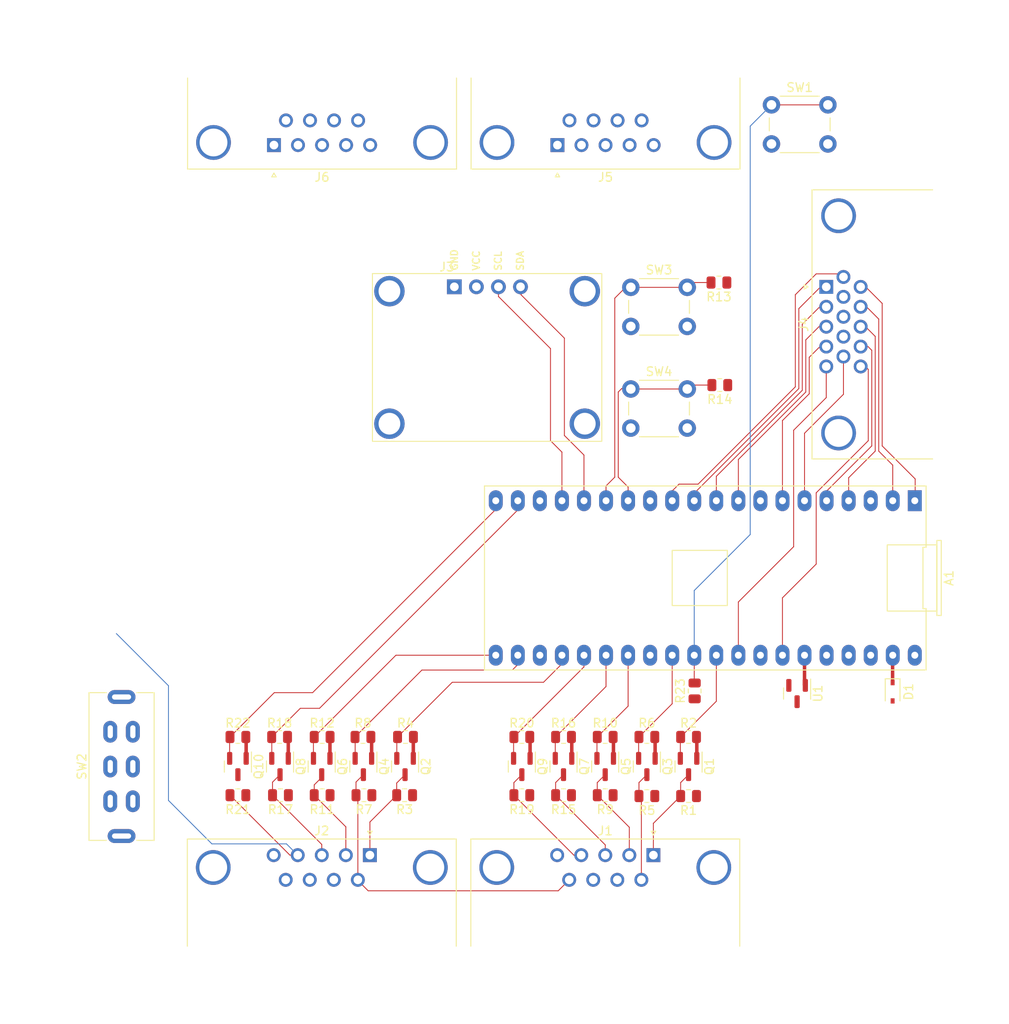
<source format=kicad_pcb>
(kicad_pcb (version 20211014) (generator pcbnew)
  (title_block (title "Enhanced to Standard Joystick Port Adapter for the Atari ST") (date "2023-02-01") (rev "1.0.0-DRAFT") (company "Sporniket") (comment 1 "...atari-st-mod-enhanced-to-standard-joystick-ports-adapter--hardware") (comment 2 "Original repository : https://github.com/sporniket/..."))
  (layers (0 "F.Cu" signal) (1 "In1.Cu" signal) (2 "In2.Cu" signal) (31 "B.Cu" signal) (34 "B.Paste" user) (35 "F.Paste" user) (36 "B.SilkS" user "B.Silkscreen") (37 "F.SilkS" user "F.Silkscreen") (38 "B.Mask" user) (39 "F.Mask" user) (44 "Edge.Cuts" user))
  (net 0 "")
  (net 1 "/up0")
  (net 2 "/down0")
  (net 3 "GND1")
  (net 4 "/left0")
  (net 5 "/right0")
  (net 6 "/fire0")
  (net 7 "/up1")
  (net 8 "/down1")
  (net 9 "/left1")
  (net 10 "/right1")
  (net 11 "/fire1")
  (net 12 "/button1")
  (net 13 "/button2")
  (net 14 "/oled_sda")
  (net 15 "/oled_scl")
  (net 16 "/jag_col1")
  (net 17 "/jag_col2")
  (net 18 "/jag_col3")
  (net 19 "/jag_col4")
  (net 20 "/jag_row1")
  (net 21 "/jag_row2")
  (net 22 "/jag_row3")
  (net 23 "/jag_row4")
  (net 24 "/jag_row5")
  (net 25 "/reset")
  (net 26 "/jag_row6")
  (net 27 "/paddle_y")
  (net 28 "/paddle_x")
  (net 29 "Net-(A1-Pad35)")
  (net 30 "+3V3")
  (net 32 "Net-(A1-Pad39)")
  (net 34 "VCC")
  (net 35 "/j0_up")
  (net 36 "/j0_down")
  (net 37 "/j0_left")
  (net 38 "/j0_right")
  (net 40 "/j0_fire")
  (net 41 "+5V")
  (net 42 "GND")
  (net 43 "/j1_fire")
  (net 44 "/j1_up")
  (net 45 "/j1_down")
  (net 46 "/j1_left")
  (net 47 "/j1_right")
  (net 52 "+5VA")
  (net 53 "GND2")
  (footprint "Resistor_SMD:R_0805_2012Metric" (layer "F.Cu") (at 74.8 125.9 180)
    (fp_text reference "R18")
    (fp_text value "10K")
  )
  (footprint "Button_Switch_THT:SW_PUSH_6mm_H13mm" (layer "F.Cu") (at 115.25 85.85)
    (fp_text reference "SW4")
    (fp_text value "Cancel")
  )
  (footprint "Resistor_SMD:R_0805_2012Metric" (layer "F.Cu") (at 122.6 120.6 90)
    (fp_text reference "R23")
    (fp_text value "10K")
  )
  (footprint "Package_TO_SOT_SMD:SOT-23" (layer "F.Cu") (at 74.85 129.3 -90)
    (fp_text reference "Q8")
    (fp_text value "1<Vgsth<2, Low Rdson, Vds >10")
  )
  (footprint "Connector_Dsub:DSUB-9_Female_Horizontal_P2.77x2.84mm_EdgePinOffset7.70mm_Housed_MountingHolesOffset9.12mm" (layer "F.Cu") (at 117.85 139.5)
    (fp_text reference "J1")
    (fp_text value "Joy0/Mouse")
  )
  (footprint "assemblies_displays_oled:oled_display_iic_128x64pix__outer_26.70x19.26mm__inner_21.74x11.2mm" (layer "F.Cu") (at 98.7 74.0942)
    (fp_text reference "J3")
    (fp_text value "OLED 128×64")
  )
  (footprint "Resistor_SMD:R_0805_2012Metric" (layer "F.Cu") (at 112.3 132.6 180)
    (fp_text reference "R9")
    (fp_text value "10K")
  )
  (footprint "Resistor_SMD:R_0805_2012Metric" (layer "F.Cu") (at 84.5125 132.6 180)
    (fp_text reference "R7")
    (fp_text value "10K")
  )
  (footprint "Resistor_SMD:R_0805_2012Metric" (layer "F.Cu") (at 70 132.6 180)
    (fp_text reference "R21")
    (fp_text value "10K")
  )
  (footprint "Button_Switch_THT:SW_PUSH_6mm_H13mm" (layer "F.Cu") (at 115.25 74.15)
    (fp_text reference "SW3")
    (fp_text value "Activate/Change")
  )
  (footprint "Resistor_SMD:R_0805_2012Metric" (layer "F.Cu") (at 112.3 125.9 180)
    (fp_text reference "R10")
    (fp_text value "10K")
  )
  (footprint "Connector_Dsub:DSUB-15-HD_Female_Horizontal_P2.29x1.98mm_EdgePinOffset8.35mm_Housed_MountingHolesOffset10.89mm" (layer "F.Cu") (at 137.759669 74.1 90)
    (fp_text reference "J4")
    (fp_text value "Enhanced Joystick Port")
  )
  (footprint "Resistor_SMD:R_0805_2012Metric" (layer "F.Cu") (at 74.9 132.6 180)
    (fp_text reference "R17")
    (fp_text value "10K")
  )
  (footprint "Button_Switch_THT:SW_PUSH_6mm_H9.5mm" (layer "F.Cu") (at 131.45 53.15)
    (fp_text reference "SW1")
    (fp_text value "Reset")
  )
  (footprint "Connector_Dsub:DSUB-9_Female_Horizontal_P2.77x2.84mm_EdgePinOffset7.70mm_Housed_MountingHolesOffset9.12mm" (layer "F.Cu") (at 85.2 139.5)
    (fp_text reference "J2")
    (fp_text value "Joy1")
  )
  (footprint "Package_TO_SOT_SMD:SOT-23" (layer "F.Cu") (at 134.4 120.9 -90)
    (fp_text reference "U1")
    (fp_text value "LM4040DBZ-3")
  )
  (footprint "Package_TO_SOT_SMD:SOT-23" (layer "F.Cu") (at 107.5 129.3 -90)
    (fp_text reference "Q7")
    (fp_text value "1<Vgsth<2, Low Rdson, Vds >10")
  )
  (footprint "Resistor_SMD:R_0805_2012Metric" (layer "F.Cu") (at 121.9 132.7 180)
    (fp_text reference "R1")
    (fp_text value "10K")
  )
  (footprint "Resistor_SMD:R_0805_2012Metric" (layer "F.Cu") (at 117.1 132.7 180)
    (fp_text reference "R5")
    (fp_text value "10K")
  )
  (footprint "Resistor_SMD:R_0805_2012Metric" (layer "F.Cu") (at 117.1 125.9 180)
    (fp_text reference "R6")
    (fp_text value "10K")
  )
  (footprint "assembly_uc_boards:DIP-40_700_RASPBERRY_PI_PICO" (layer "F.Cu") (at 123.826 107.6 180)
    (fp_text reference "A1")
    (fp_text value "RASPBERRY_PI_PICO_PHY")
  )
  (footprint "Package_TO_SOT_SMD:SOT-23" (layer "F.Cu") (at 121.9 129.3 -90)
    (fp_text reference "Q1")
    (fp_text value "1<Vgsth<2, Low Rdson, Vds >10")
  )
  (footprint "Package_TO_SOT_SMD:SOT-23" (layer "F.Cu") (at 79.65 129.3 -90)
    (fp_text reference "Q6")
    (fp_text value "1<Vgsth<2, Low Rdson, Vds >10")
  )
  (footprint "Package_TO_SOT_SMD:SOT-23" (layer "F.Cu") (at 112.3 129.3 -90)
    (fp_text reference "Q5")
    (fp_text value "1<Vgsth<2, Low Rdson, Vds >10")
  )
  (footprint "Resistor_SMD:R_0805_2012Metric" (layer "F.Cu") (at 102.7 125.9 180)
    (fp_text reference "R20")
    (fp_text value "10K")
  )
  (footprint "Resistor_SMD:R_0805_2012Metric" (layer "F.Cu") (at 84.4 125.9 180)
    (fp_text reference "R8")
    (fp_text value "10K")
  )
  (footprint "Package_TO_SOT_SMD:SOT-23" (layer "F.Cu") (at 117.1 129.3 -90)
    (fp_text reference "Q3")
    (fp_text value "1<Vgsth<2, Low Rdson, Vds >10")
  )
  (footprint "Package_TO_SOT_SMD:SOT-23" (layer "F.Cu") (at 70 129.3 -90)
    (fp_text reference "Q10")
    (fp_text value "1<Vgsth<2, Low Rdson, Vds >10")
  )
  (footprint "Resistor_SMD:R_0805_2012Metric" (layer "F.Cu") (at 89.2 132.6 180)
    (fp_text reference "R3")
    (fp_text value "10K")
  )
  (footprint "Resistor_SMD:R_0805_2012Metric" (layer "F.Cu") (at 125.4 73.6 180)
    (fp_text reference "R13")
    (fp_text value "10K")
  )
  (footprint "Resistor_SMD:R_0805_2012Metric" (layer "F.Cu") (at 89.3 125.9 180)
    (fp_text reference "R4")
    (fp_text value "10K")
  )
  (footprint "Resistor_SMD:R_0805_2012Metric" (layer "F.Cu") (at 125.5 85.4 180)
    (fp_text reference "R14")
    (fp_text value "10K")
  )
  (footprint "Connector_Dsub:DSUB-9_Female_Horizontal_P2.77x2.84mm_EdgePinOffset4.94mm_Housed_MountingHolesOffset7.48mm" (layer "F.Cu") (at 106.8 57.780331 180)
    (fp_text reference "J5")
    (fp_text value "Joy0/Mouse")
  )
  (footprint "commons-interconnect_THT:g-switch_22f12-gxxx" (layer "F.Cu") (at 56.6 129.3 90)
    (fp_text reference "SW2")
    (fp_text value "Selector")
  )
  (footprint "Connector_Dsub:DSUB-9_Female_Horizontal_P2.77x2.84mm_EdgePinOffset4.94mm_Housed_MountingHolesOffset7.48mm" (layer "F.Cu") (at 74.15 57.780331 180)
    (fp_text reference "J6")
    (fp_text value "Joy1")
  )
  (footprint "Package_TO_SOT_SMD:SOT-23" (layer "F.Cu") (at 84.45 129.3 -90)
    (fp_text reference "Q4")
    (fp_text value "1<Vgsth<2, Low Rdson, Vds >10")
  )
  (footprint "Diode_SMD:D_SOD-323" (layer "F.Cu") (at 145.4 120.7 -90)
    (fp_text reference "D1")
    (fp_text value "D_Schottky")
  )
  (footprint "Resistor_SMD:R_0805_2012Metric" (layer "F.Cu") (at 79.7 125.9 180)
    (fp_text reference "R12")
    (fp_text value "10K")
  )
  (footprint "Resistor_SMD:R_0805_2012Metric" (layer "F.Cu") (at 70 125.9 180)
    (fp_text reference "R22")
    (fp_text value "10K")
  )
  (footprint "Resistor_SMD:R_0805_2012Metric" (layer "F.Cu") (at 107.5 125.9 180)
    (fp_text reference "R16")
    (fp_text value "10K")
  )
  (footprint "Package_TO_SOT_SMD:SOT-23" (layer "F.Cu") (at 89.25 129.3 -90)
    (fp_text reference "Q2")
    (fp_text value "1<Vgsth<2, Low Rdson, Vds >10")
  )
  (footprint "Resistor_SMD:R_0805_2012Metric" (layer "F.Cu") (at 121.9 125.9 180)
    (fp_text reference "R2")
    (fp_text value "10K")
  )
  (footprint "Resistor_SMD:R_0805_2012Metric" (layer "F.Cu") (at 102.7 132.6 180)
    (fp_text reference "R19")
    (fp_text value "10K")
  )
  (footprint "Resistor_SMD:R_0805_2012Metric" (layer "F.Cu") (at 107.5 132.6 180)
    (fp_text reference "R15")
    (fp_text value "10K")
  )
  (footprint "Package_TO_SOT_SMD:SOT-23" (layer "F.Cu") (at 102.7 129.3 -90)
    (fp_text reference "Q9")
    (fp_text value "1<Vgsth<2, Low Rdson, Vds >10")
  )
  (footprint "Resistor_SMD:R_0805_2012Metric" (layer "F.Cu") (at 79.7 132.6 180)
    (fp_text reference "R11")
    (fp_text value "10K")
  )
  (segment (start 120.95 128.3625) (end 120.95 125.9375) (width 0.1) (layer "F.Cu") (net 1))
  (segment (start 125.096 121.7915) (end 125.096 116.49) (width 0.1) (layer "F.Cu") (net 1))
  (segment (start 120.95 125.9375) (end 120.9875 125.9) (width 0.1) (layer "F.Cu") (net 1))
  (segment (start 120.9875 125.9) (end 125.096 121.7915) (width 0.1) (layer "F.Cu") (net 1))
  (segment (start 114.936 122.3515) (end 114.936 116.49) (width 0.1) (layer "F.Cu") (net 2))
  (segment (start 111.35 128.3625) (end 111.35 125.9375) (width 0.1) (layer "F.Cu") (net 2))
  (segment (start 111.3875 125.9) (end 114.936 122.3515) (width 0.1) (layer "F.Cu") (net 2))
  (segment (start 111.35 125.9375) (end 111.3875 125.9) (width 0.1) (layer "F.Cu") (net 2))
  (segment (start 106.5875 125.9) (end 112.396 120.0915) (width 0.1) (layer "F.Cu") (net 4))
  (segment (start 112.396 120.0915) (end 112.396 116.49) (width 0.1) (layer "F.Cu") (net 4))
  (segment (start 106.55 128.3625) (end 106.55 125.9375) (width 0.1) (layer "F.Cu") (net 4))
  (segment (start 106.55 125.9375) (end 106.5875 125.9) (width 0.1) (layer "F.Cu") (net 4))
  (segment (start 101.75 128.3625) (end 101.75 125.9375) (width 0.1) (layer "F.Cu") (net 5))
  (segment (start 109.856 117.8315) (end 109.856 116.49) (width 0.1) (layer "F.Cu") (net 5))
  (segment (start 101.7875 125.9) (end 109.856 117.8315) (width 0.1) (layer "F.Cu") (net 5))
  (segment (start 101.75 125.9375) (end 101.7875 125.9) (width 0.1) (layer "F.Cu") (net 5))
  (segment (start 120.016 122.0715) (end 120.016 116.49) (width 0.1) (layer "F.Cu") (net 6))
  (segment (start 116.15 125.9375) (end 116.1875 125.9) (width 0.1) (layer "F.Cu") (net 6))
  (segment (start 116.1875 125.9) (end 120.016 122.0715) (width 0.1) (layer "F.Cu") (net 6))
  (segment (start 116.15 128.3625) (end 116.15 125.9375) (width 0.1) (layer "F.Cu") (net 6))
  (segment (start 105.2 119.6) (end 94.6875 119.6) (width 0.1) (layer "F.Cu") (net 7))
  (segment (start 107.316 117.484) (end 105.2 119.6) (width 0.1) (layer "F.Cu") (net 7))
  (segment (start 107.316 116.49) (end 107.316 117.484) (width 0.1) (layer "F.Cu") (net 7))
  (segment (start 88.3 125.9875) (end 88.3875 125.9) (width 0.1) (layer "F.Cu") (net 7))
  (segment (start 88.3 128.3625) (end 88.3 125.9875) (width 0.1) (layer "F.Cu") (net 7))
  (segment (start 94.6875 119.6) (end 88.3875 125.9) (width 0.1) (layer "F.Cu") (net 7))
  (segment (start 99.696 116.49) (end 88.1975 116.49) (width 0.1) (layer "F.Cu") (net 8))
  (segment (start 78.7 128.3625) (end 78.7 125.9875) (width 0.1) (layer "F.Cu") (net 8))
  (segment (start 78.7 125.9875) (end 78.7875 125.9) (width 0.1) (layer "F.Cu") (net 8))
  (segment (start 88.1975 116.49) (end 78.7875 125.9) (width 0.1) (layer "F.Cu") (net 8))
  (segment (start 102.236 99.764) (end 79.4 122.6) (width 0.1) (layer "F.Cu") (net 9))
  (segment (start 77.1875 122.6) (end 73.8875 125.9) (width 0.1) (layer "F.Cu") (net 9))
  (segment (start 73.9 125.9125) (end 73.8875 125.9) (width 0.1) (layer "F.Cu") (net 9))
  (segment (start 102.236 98.71) (end 102.236 99.764) (width 0.1) (layer "F.Cu") (net 9))
  (segment (start 79.4 122.6) (end 77.1875 122.6) (width 0.1) (layer "F.Cu") (net 9))
  (segment (start 73.9 128.3625) (end 73.9 125.9125) (width 0.1) (layer "F.Cu") (net 9))
  (segment (start 69.05 125.9375) (end 69.0875 125.9) (width 0.1) (layer "F.Cu") (net 10))
  (segment (start 78.6 120.8) (end 74.1875 120.8) (width 0.1) (layer "F.Cu") (net 10))
  (segment (start 74.1875 120.8) (end 69.0875 125.9) (width 0.1) (layer "F.Cu") (net 10))
  (segment (start 69.05 128.3625) (end 69.05 125.9375) (width 0.1) (layer "F.Cu") (net 10))
  (segment (start 99.696 98.71) (end 99.696 99.704) (width 0.1) (layer "F.Cu") (net 10))
  (segment (start 99.696 99.704) (end 78.6 120.8) (width 0.1) (layer "F.Cu") (net 10))
  (segment (start 102.236 117.564) (end 101.6 118.2) (width 0.1) (layer "F.Cu") (net 11))
  (segment (start 101.6 118.2) (end 91.1875 118.2) (width 0.1) (layer "F.Cu") (net 11))
  (segment (start 83.5 125.9125) (end 83.4875 125.9) (width 0.1) (layer "F.Cu") (net 11))
  (segment (start 83.5 128.3625) (end 83.5 125.9125) (width 0.1) (layer "F.Cu") (net 11))
  (segment (start 91.1875 118.2) (end 83.4875 125.9) (width 0.1) (layer "F.Cu") (net 11))
  (segment (start 102.236 116.49) (end 102.236 117.564) (width 0.1) (layer "F.Cu") (net 11))
  (segment (start 113.4 96) (end 112.396 97.004) (width 0.1) (layer "F.Cu") (net 12))
  (segment (start 115.25 74.15) (end 115.2 74.2) (width 0.1) (layer "F.Cu") (net 12))
  (segment (start 115.2 74.2) (end 114.6 74.2) (width 0.1) (layer "F.Cu") (net 12))
  (segment (start 113.4 75.4) (end 113.4 96) (width 0.1) (layer "F.Cu") (net 12))
  (segment (start 122.3 73.6) (end 121.75 74.15) (width 0.1) (layer "F.Cu") (net 12))
  (segment (start 124.4875 73.6) (end 122.3 73.6) (width 0.1) (layer "F.Cu") (net 12))
  (segment (start 114.6 74.2) (end 113.4 75.4) (width 0.1) (layer "F.Cu") (net 12))
  (segment (start 112.396 97.004) (end 112.396 98.71) (width 0.1) (layer "F.Cu") (net 12))
  (segment (start 115.25 74.15) (end 121.75 74.15) (width 0.1) (layer "F.Cu") (net 12))
  (segment (start 124.5875 85.4) (end 122.2 85.4) (width 0.1) (layer "F.Cu") (net 13))
  (segment (start 114.2 85.8) (end 113.8 86.2) (width 0.1) (layer "F.Cu") (net 13))
  (segment (start 115.2 85.8) (end 114.2 85.8) (width 0.1) (layer "F.Cu") (net 13))
  (segment (start 122.2 85.4) (end 121.75 85.85) (width 0.1) (layer "F.Cu") (net 13))
  (segment (start 113.8 86.2) (end 113.8 96) (width 0.1) (layer "F.Cu") (net 13))
  (segment (start 113.8 96) (end 114.936 97.136) (width 0.1) (layer "F.Cu") (net 13))
  (segment (start 115.25 85.85) (end 115.2 85.8) (width 0.1) (layer "F.Cu") (net 13))
  (segment (start 114.936 97.136) (end 114.936 98.71) (width 0.1) (layer "F.Cu") (net 13))
  (segment (start 115.25 85.85) (end 121.75 85.85) (width 0.1) (layer "F.Cu") (net 13))
  (segment (start 109.856 93.456) (end 109.856 98.71) (width 0.1) (layer "F.Cu") (net 14))
  (segment (start 107.6 80) (end 107.6 91.2) (width 0.1) (layer "F.Cu") (net 14))
  (segment (start 102.6 74.1454) (end 102.6 75) (width 0.1) (layer "F.Cu") (net 14))
  (segment (start 102.6 75) (end 107.6 80) (width 0.1) (layer "F.Cu") (net 14))
  (segment (start 107.6 91.2) (end 109.856 93.456) (width 0.1) (layer "F.Cu") (net 14))
  (segment (start 102.5454 74.0908) (end 102.6 74.1454) (width 0.1) (layer "F.Cu") (net 14))
  (segment (start 100.0054 75.2054) (end 100.0054 74.0908) (width 0.1) (layer "F.Cu") (net 15))
  (segment (start 107.316 98.71) (end 107.316 93.116) (width 0.1) (layer "F.Cu") (net 15))
  (segment (start 106 81.2) (end 100.0054 75.2054) (width 0.1) (layer "F.Cu") (net 15))
  (segment (start 107.316 93.116) (end 106 91.8) (width 0.1) (layer "F.Cu") (net 15))
  (segment (start 106 91.8) (end 106 81.2) (width 0.1) (layer "F.Cu") (net 15))
  (segment (start 134.6 85.8) (end 122.556 97.844) (width 0.1) (layer "F.Cu") (net 16))
  (segment (start 122.556 97.844) (end 122.556 98.71) (width 0.1) (layer "F.Cu") (net 16))
  (segment (start 134.6 76.6) (end 134.6 85.8) (width 0.1) (layer "F.Cu") (net 16))
  (segment (start 137.759669 74.1) (end 137.1 74.1) (width 0.1) (layer "F.Cu") (net 16))
  (segment (start 137.1 74.1) (end 134.6 76.6) (width 0.1) (layer "F.Cu") (net 16))
  (segment (start 137.01 76.39) (end 135 78.4) (width 0.1) (layer "F.Cu") (net 17))
  (segment (start 135 86) (end 125.096 95.904) (width 0.1) (layer "F.Cu") (net 17))
  (segment (start 135 78.4) (end 135 86) (width 0.1) (layer "F.Cu") (net 17))
  (segment (start 137.759669 76.39) (end 137.01 76.39) (width 0.1) (layer "F.Cu") (net 17))
  (segment (start 125.096 95.904) (end 125.096 98.71) (width 0.1) (layer "F.Cu") (net 17))
  (segment (start 137.759669 78.68) (end 137.08 78.68) (width 0.1) (layer "F.Cu") (net 18))
  (segment (start 136.92 78.68) (end 137.759669 78.68) (width 0.1) (layer "F.Cu") (net 18))
  (segment (start 135.4 86.2) (end 135.4 80.2) (width 0.1) (layer "F.Cu") (net 18))
  (segment (start 127.636 98.71) (end 127.636 93.964) (width 0.1) (layer "F.Cu") (net 18))
  (segment (start 137.08 78.68) (end 137 78.6) (width 0.1) (layer "F.Cu") (net 18))
  (segment (start 127.636 93.964) (end 135.4 86.2) (width 0.1) (layer "F.Cu") (net 18))
  (segment (start 135.4 80.2) (end 136.92 78.68) (width 0.1) (layer "F.Cu") (net 18))
  (segment (start 132.716 89.484) (end 132.716 98.71) (width 0.1) (layer "F.Cu") (net 19))
  (segment (start 135.8 82.2) (end 135.8 86.4) (width 0.1) (layer "F.Cu") (net 19))
  (segment (start 135.8 86.4) (end 132.716 89.484) (width 0.1) (layer "F.Cu") (net 19))
  (segment (start 137.03 80.97) (end 135.8 82.2) (width 0.1) (layer "F.Cu") (net 19))
  (segment (start 137.759669 80.97) (end 137.03 80.97) (width 0.1) (layer "F.Cu") (net 19))
  (segment (start 123 96.8) (end 120.8 96.8) (width 0.1) (layer "F.Cu") (net 20))
  (segment (start 120.016 97.584) (end 120.016 98.71) (width 0.1) (layer "F.Cu") (net 20))
  (segment (start 139.555 72.955) (end 139.2 72.6) (width 0.1) (layer "F.Cu") (net 20))
  (segment (start 139.739669 72.955) (end 139.555 72.955) (width 0.1) (layer "F.Cu") (net 20))
  (segment (start 120.8 96.8) (end 120.016 97.584) (width 0.1) (layer "F.Cu") (net 20))
  (segment (start 134.2 85.6) (end 123 96.8) (width 0.1) (layer "F.Cu") (net 20))
  (segment (start 139.2 72.6) (end 136.6 72.6) (width 0.1) (layer "F.Cu") (net 20))
  (segment (start 136.6 72.6) (end 134.2 75) (width 0.1) (layer "F.Cu") (net 20))
  (segment (start 134.2 75) (end 134.2 85.6) (width 0.1) (layer "F.Cu") (net 20))
  (segment (start 139.739669 86.460331) (end 135.256 90.944) (width 0.1) (layer "F.Cu") (net 21))
  (segment (start 135.256 90.944) (end 135.256 98.71) (width 0.1) (layer "F.Cu") (net 21))
  (segment (start 139.739669 82.115) (end 139.739669 86.460331) (width 0.1) (layer "F.Cu") (net 21))
  (segment (start 148 98.666) (end 147.956 98.71) (width 0.1) (layer "F.Cu") (net 22))
  (segment (start 144.2 92.4) (end 148 96.2) (width 0.1) (layer "F.Cu") (net 22))
  (segment (start 148 96.2) (end 148 98.666) (width 0.1) (layer "F.Cu") (net 22))
  (segment (start 142.3 74.1) (end 144.2 76) (width 0.1) (layer "F.Cu") (net 22))
  (segment (start 141.719669 74.1) (end 142.3 74.1) (width 0.1) (layer "F.Cu") (net 22))
  (segment (start 144.2 76) (end 144.2 92.4) (width 0.1) (layer "F.Cu") (net 22))
  (segment (start 143.8 93) (end 143.8 77.8) (width 0.1) (layer "F.Cu") (net 23))
  (segment (start 145.416 94.616) (end 143.8 93) (width 0.1) (layer "F.Cu") (net 23))
  (segment (start 145.416 98.71) (end 145.416 94.616) (width 0.1) (layer "F.Cu") (net 23))
  (segment (start 143.8 77.8) (end 142.39 76.39) (width 0.1) (layer "F.Cu") (net 23))
  (segment (start 142.39 76.39) (end 141.719669 76.39) (width 0.1) (layer "F.Cu") (net 23))
  (segment (start 140.336 96.064) (end 140.336 98.71) (width 0.1) (layer "F.Cu") (net 24))
  (segment (start 143.4 93) (end 140.336 96.064) (width 0.1) (layer "F.Cu") (net 24))
  (segment (start 141.719669 78.68) (end 142.28 78.68) (width 0.1) (layer "F.Cu") (net 24))
  (segment (start 143.4 79.8) (end 143.4 93) (width 0.1) (layer "F.Cu") (net 24))
  (segment (start 142.28 78.68) (end 143.4 79.8) (width 0.1) (layer "F.Cu") (net 24))
  (segment (start 131.45 53.15) (end 137.95 53.15) (width 0.1) (layer "F.Cu") (net 25))
  (segment (start 122.6 119.6875) (end 122.556 119.6435) (width 0.1) (layer "F.Cu") (net 25))
  (segment (start 122.556 119.6435) (end 122.556 116.49) (width 0.1) (layer "F.Cu") (net 25))
  (segment (start 129 102.6) (end 129 55.6) (width 0.1) (layer "B.Cu") (net 25))
  (segment (start 129 55.6) (end 131.45 53.15) (width 0.1) (layer "B.Cu") (net 25))
  (segment (start 122.556 116.49) (end 122.556 109.044) (width 0.1) (layer "B.Cu") (net 25))
  (segment (start 122.556 109.044) (end 129 102.6) (width 0.1) (layer "B.Cu") (net 25))
  (segment (start 141.719669 80.97) (end 142.57 80.97) (width 0.1) (layer "F.Cu") (net 26))
  (segment (start 142.57 80.97) (end 143 81.4) (width 0.1) (layer "F.Cu") (net 26))
  (segment (start 137.796 97.604) (end 137.796 98.71) (width 0.1) (layer "F.Cu") (net 26))
  (segment (start 143 92.4) (end 137.796 97.604) (width 0.1) (layer "F.Cu") (net 26))
  (segment (start 143 81.4) (end 143 92.4) (width 0.1) (layer "F.Cu") (net 26))
  (segment (start 137.759669 86.840331) (end 137.759669 83.26) (width 0.1) (layer "F.Cu") (net 27))
  (segment (start 134 104) (end 134 90.6) (width 0.1) (layer "F.Cu") (net 27))
  (segment (start 127.636 116.49) (end 127.636 110.364) (width 0.1) (layer "F.Cu") (net 27))
  (segment (start 134 90.6) (end 137.759669 86.840331) (width 0.1) (layer "F.Cu") (net 27))
  (segment (start 127.636 110.364) (end 134 104) (width 0.1) (layer "F.Cu") (net 27))
  (segment (start 142.6 83.6) (end 142.26 83.26) (width 0.1) (layer "F.Cu") (net 28))
  (segment (start 136.6 97.8) (end 142.6 91.8) (width 0.1) (layer "F.Cu") (net 28))
  (segment (start 132.716 116.49) (end 132.716 109.884) (width 0.1) (layer "F.Cu") (net 28))
  (segment (start 142.26 83.26) (end 141.719669 83.26) (width 0.1) (layer "F.Cu") (net 28))
  (segment (start 132.716 109.884) (end 136.6 106) (width 0.1) (layer "F.Cu") (net 28))
  (segment (start 136.6 106) (end 136.6 97.8) (width 0.1) (layer "F.Cu") (net 28))
  (segment (start 142.6 91.8) (end 142.6 83.6) (width 0.1) (layer "F.Cu") (net 28))
  (segment (start 135.256 116.49) (end 135.256 119.8685) (width 0.4) (layer "F.Cu") (net 29))
  (segment (start 135.256 119.8685) (end 135.35 119.9625) (width 0.4) (layer "F.Cu") (net 29))
  (segment (start 118.05 125.9375) (end 118.0125 125.9) (width 0.4) (layer "F.Cu") (net 30))
  (segment (start 75.8 128.3625) (end 75.8 125.9875) (width 0.4) (layer "F.Cu") (net 30))
  (segment (start 118.05 128.3625) (end 118.05 125.9375) (width 0.4) (layer "F.Cu") (net 30))
  (segment (start 113.25 125.9375) (end 113.2125 125.9) (width 0.4) (layer "F.Cu") (net 30))
  (segment (start 75.8 125.9875) (end 75.7125 125.9) (width 0.4) (layer "F.Cu") (net 30))
  (segment (start 80.6 125.9125) (end 80.6125 125.9) (width 0.4) (layer "F.Cu") (net 30))
  (segment (start 90.2 125.9125) (end 90.2125 125.9) (width 0.4) (layer "F.Cu") (net 30))
  (segment (start 108.45 125.9375) (end 108.4125 125.9) (width 0.4) (layer "F.Cu") (net 30))
  (segment (start 122.85 128.3625) (end 122.85 125.9375) (width 0.4) (layer "F.Cu") (net 30))
  (segment (start 85.4 125.9875) (end 85.3125 125.9) (width 0.4) (layer "F.Cu") (net 30))
  (segment (start 85.4 128.3625) (end 85.4 125.9875) (width 0.4) (layer "F.Cu") (net 30))
  (segment (start 113.25 128.3625) (end 113.25 125.9375) (width 0.4) (layer "F.Cu") (net 30))
  (segment (start 70.95 125.9375) (end 70.9125 125.9) (width 0.4) (layer "F.Cu") (net 30))
  (segment (start 122.85 125.9375) (end 122.8125 125.9) (width 0.4) (layer "F.Cu") (net 30))
  (segment (start 103.65 128.3625) (end 103.65 125.9375) (width 0.4) (layer "F.Cu") (net 30))
  (segment (start 103.65 125.9375) (end 103.6125 125.9) (width 0.4) (layer "F.Cu") (net 30))
  (segment (start 108.45 128.3625) (end 108.45 125.9375) (width 0.4) (layer "F.Cu") (net 30))
  (segment (start 80.6 128.3625) (end 80.6 125.9125) (width 0.4) (layer "F.Cu") (net 30))
  (segment (start 70.95 128.3625) (end 70.95 125.9375) (width 0.4) (layer "F.Cu") (net 30))
  (segment (start 90.2 128.3625) (end 90.2 125.9125) (width 0.4) (layer "F.Cu") (net 30))
  (segment (start 145.4 116.506) (end 145.416 116.49) (width 0.4) (layer "F.Cu") (net 32))
  (segment (start 145.4 119.65) (end 145.4 116.506) (width 0.4) (layer "F.Cu") (net 32))
  (segment (start 117.85 135.8375) (end 117.85 139.5) (width 0.1) (layer "F.Cu") (net 35))
  (segment (start 120.9875 132.7) (end 117.85 135.8375) (width 0.1) (layer "F.Cu") (net 35))
  (segment (start 120.9875 131.15) (end 121.9 130.2375) (width 0.1) (layer "F.Cu") (net 35))
  (segment (start 120.9875 132.7) (end 120.9875 131.15) (width 0.1) (layer "F.Cu") (net 35))
  (segment (start 111.3875 131.15) (end 112.3 130.2375) (width 0.1) (layer "F.Cu") (net 36))
  (segment (start 111.3875 132.6) (end 111.3875 131.15) (width 0.1) (layer "F.Cu") (net 36))
  (segment (start 111.3875 132.6) (end 115.08 136.2925) (width 0.1) (layer "F.Cu") (net 36))
  (segment (start 115.08 136.2925) (end 115.08 139.5) (width 0.1) (layer "F.Cu") (net 36))
  (segment (start 106.5875 132.6) (end 106.5875 131.15) (width 0.1) (layer "F.Cu") (net 37))
  (segment (start 112.31 138.3225) (end 112.31 139.5) (width 0.1) (layer "F.Cu") (net 37))
  (segment (start 106.5875 131.15) (end 107.5 130.2375) (width 0.1) (layer "F.Cu") (net 37))
  (segment (start 106.5875 132.6) (end 112.31 138.3225) (width 0.1) (layer "F.Cu") (net 37))
  (segment (start 101.7875 131.15) (end 102.7 130.2375) (width 0.1) (layer "F.Cu") (net 38))
  (segment (start 101.7875 132.6) (end 108.6875 139.5) (width 0.1) (layer "F.Cu") (net 38))
  (segment (start 108.6875 139.5) (end 109.54 139.5) (width 0.1) (layer "F.Cu") (net 38))
  (segment (start 101.7875 132.6) (end 101.7875 131.15) (width 0.1) (layer "F.Cu") (net 38))
  (segment (start 116.1875 131.15) (end 117.1 130.2375) (width 0.1) (layer "F.Cu") (net 40))
  (segment (start 116.465 132.9775) (end 116.465 142.34) (width 0.1) (layer "F.Cu") (net 40))
  (segment (start 116.1875 132.7) (end 116.465 132.9775) (width 0.1) (layer "F.Cu") (net 40))
  (segment (start 116.1875 132.7) (end 116.1875 131.15) (width 0.1) (layer "F.Cu") (net 40))
  (segment (start 83.815 142.415) (end 85 143.6) (width 0.1) (layer "F.Cu") (net 43))
  (segment (start 83.815 142.34) (end 83.815 142.415) (width 0.1) (layer "F.Cu") (net 43))
  (segment (start 106.895 143.6) (end 108.155 142.34) (width 0.1) (layer "F.Cu") (net 43))
  (segment (start 83.6 131.0875) (end 84.45 130.2375) (width 0.1) (layer "F.Cu") (net 43))
  (segment (start 85 143.6) (end 106.895 143.6) (width 0.1) (layer "F.Cu") (net 43))
  (segment (start 83.815 132.815) (end 83.6 132.6) (width 0.1) (layer "F.Cu") (net 43))
  (segment (start 83.6 132.6) (end 83.6 131.0875) (width 0.1) (layer "F.Cu") (net 43))
  (segment (start 83.815 142.34) (end 83.815 132.815) (width 0.1) (layer "F.Cu") (net 43))
  (segment (start 88.2875 131.2) (end 89.25 130.2375) (width 0.1) (layer "F.Cu") (net 44))
  (segment (start 88.2875 132.6) (end 88.2875 131.2) (width 0.1) (layer "F.Cu") (net 44))
  (segment (start 88.2875 132.6) (end 85.2 135.6875) (width 0.1) (layer "F.Cu") (net 44))
  (segment (start 85.2 135.6875) (end 85.2 139.5) (width 0.1) (layer "F.Cu") (net 44))
  (segment (start 82.43 136.2425) (end 82.43 139.5) (width 0.1) (layer "F.Cu") (net 45))
  (segment (start 78.7875 132.6) (end 82.43 136.2425) (width 0.1) (layer "F.Cu") (net 45))
  (segment (start 79.65 130.55) (end 79.65 130.2375) (width 0.1) (layer "F.Cu") (net 45))
  (segment (start 78.7875 131.4125) (end 79.65 130.55) (width 0.1) (layer "F.Cu") (net 45))
  (segment (start 78.7875 132.6) (end 78.7875 131.4125) (width 0.1) (layer "F.Cu") (net 45))
  (segment (start 79.66 138.2725) (end 79.66 139.5) (width 0.1) (layer "F.Cu") (net 46))
  (segment (start 73.9875 132.6) (end 79.66 138.2725) (width 0.1) (layer "F.Cu") (net 46))
  (segment (start 73.9875 131.1) (end 74.85 130.2375) (width 0.1) (layer "F.Cu") (net 46))
  (segment (start 73.9875 132.6) (end 73.9875 131.1) (width 0.1) (layer "F.Cu") (net 46))
  (segment (start 75.9875 139.5) (end 76.89 139.5) (width 0.1) (layer "F.Cu") (net 47))
  (segment (start 69.0875 132.6) (end 75.9875 139.5) (width 0.1) (layer "F.Cu") (net 47))
  (segment (start 75.59 138.2) (end 67 138.2) (width 0.1) (layer "B.Cu") (net 47))
  (segment (start 67 138.2) (end 62 133.2) (width 0.1) (layer "B.Cu") (net 47))
  (segment (start 62 120) (end 56 114) (width 0.1) (layer "B.Cu") (net 47))
  (segment (start 76.89 139.5) (end 75.59 138.2) (width 0.1) (layer "B.Cu") (net 47))
  (segment (start 62 133.2) (end 62 120) (width 0.1) (layer "B.Cu") (net 47))
)
</source>
